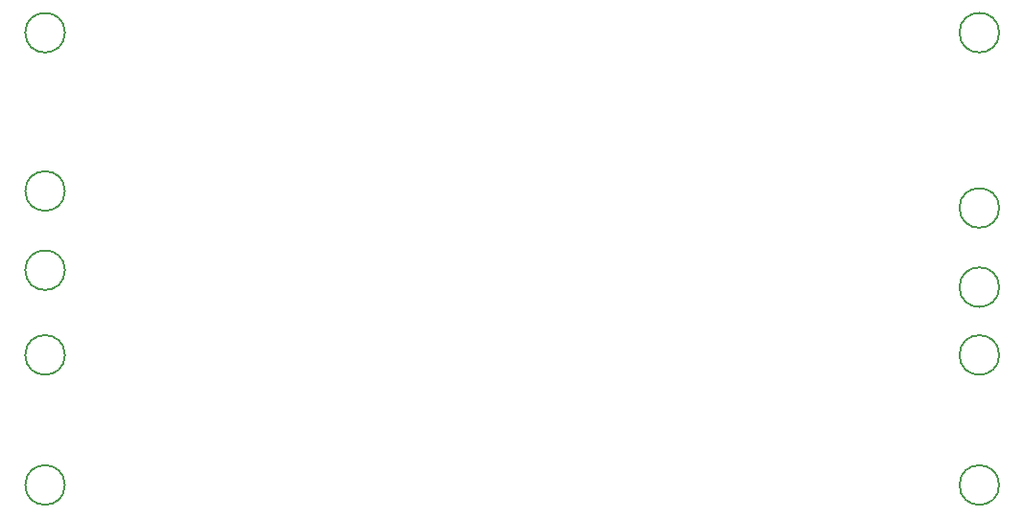
<source format=gbr>
%TF.GenerationSoftware,KiCad,Pcbnew,5.1.10*%
%TF.CreationDate,2021-08-04T12:07:05+02:00*%
%TF.ProjectId,smd-balanced-test,736d642d-6261-46c6-916e-6365642d7465,rev?*%
%TF.SameCoordinates,Original*%
%TF.FileFunction,Other,Comment*%
%FSLAX46Y46*%
G04 Gerber Fmt 4.6, Leading zero omitted, Abs format (unit mm)*
G04 Created by KiCad (PCBNEW 5.1.10) date 2021-08-04 12:07:05*
%MOMM*%
%LPD*%
G01*
G04 APERTURE LIST*
%ADD10C,0.150000*%
G04 APERTURE END LIST*
D10*
%TO.C,J1*%
X42250000Y-66500000D02*
G75*
G03*
X42250000Y-66500000I-1750000J0D01*
G01*
%TO.C,J2*%
X124750000Y-53500000D02*
G75*
G03*
X124750000Y-53500000I-1750000J0D01*
G01*
%TO.C,J3*%
X124750000Y-60500000D02*
G75*
G03*
X124750000Y-60500000I-1750000J0D01*
G01*
%TO.C,J4*%
X124750000Y-66500000D02*
G75*
G03*
X124750000Y-66500000I-1750000J0D01*
G01*
%TO.C,J6*%
X42250000Y-38000000D02*
G75*
G03*
X42250000Y-38000000I-1750000J0D01*
G01*
%TO.C,J7*%
X124750000Y-38000000D02*
G75*
G03*
X124750000Y-38000000I-1750000J0D01*
G01*
%TO.C,J8*%
X124750000Y-78000000D02*
G75*
G03*
X124750000Y-78000000I-1750000J0D01*
G01*
%TO.C,J9*%
X42250000Y-78000000D02*
G75*
G03*
X42250000Y-78000000I-1750000J0D01*
G01*
%TO.C,J10*%
X42250000Y-52000000D02*
G75*
G03*
X42250000Y-52000000I-1750000J0D01*
G01*
%TO.C,J11*%
X42250000Y-59000000D02*
G75*
G03*
X42250000Y-59000000I-1750000J0D01*
G01*
%TD*%
M02*

</source>
